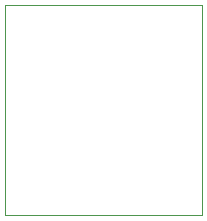
<source format=gbr>
%TF.GenerationSoftware,KiCad,Pcbnew,(5.1.7-0-10_14)*%
%TF.CreationDate,2020-11-09T13:54:58+00:00*%
%TF.ProjectId,STM32G031J6_Breakout,53544d33-3247-4303-9331-4a365f427265,rev?*%
%TF.SameCoordinates,Original*%
%TF.FileFunction,Profile,NP*%
%FSLAX46Y46*%
G04 Gerber Fmt 4.6, Leading zero omitted, Abs format (unit mm)*
G04 Created by KiCad (PCBNEW (5.1.7-0-10_14)) date 2020-11-09 13:54:58*
%MOMM*%
%LPD*%
G01*
G04 APERTURE LIST*
%TA.AperFunction,Profile*%
%ADD10C,0.050000*%
%TD*%
G04 APERTURE END LIST*
D10*
X127635000Y-106680000D02*
X127635000Y-88900000D01*
X144272000Y-106680000D02*
X127635000Y-106680000D01*
X144272000Y-88900000D02*
X144272000Y-106680000D01*
X127635000Y-88900000D02*
X144272000Y-88900000D01*
M02*

</source>
